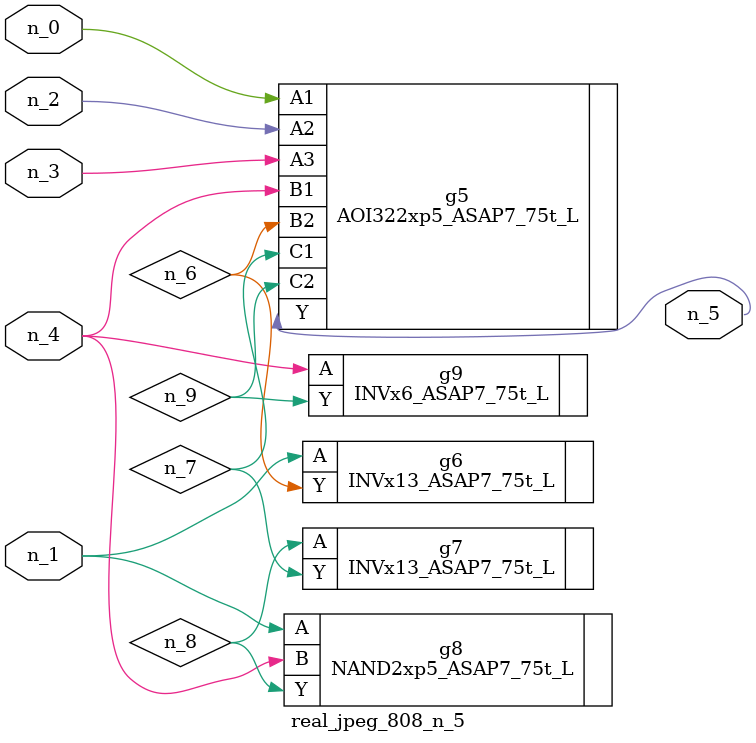
<source format=v>
module real_jpeg_808_n_5 (n_4, n_0, n_1, n_2, n_3, n_5);

input n_4;
input n_0;
input n_1;
input n_2;
input n_3;

output n_5;

wire n_8;
wire n_6;
wire n_7;
wire n_9;

AOI322xp5_ASAP7_75t_L g5 ( 
.A1(n_0),
.A2(n_2),
.A3(n_3),
.B1(n_4),
.B2(n_6),
.C1(n_7),
.C2(n_9),
.Y(n_5)
);

INVx13_ASAP7_75t_L g6 ( 
.A(n_1),
.Y(n_6)
);

NAND2xp5_ASAP7_75t_L g8 ( 
.A(n_1),
.B(n_4),
.Y(n_8)
);

INVx6_ASAP7_75t_L g9 ( 
.A(n_4),
.Y(n_9)
);

INVx13_ASAP7_75t_L g7 ( 
.A(n_8),
.Y(n_7)
);


endmodule
</source>
